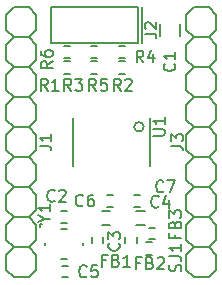
<source format=gto>
G04 #@! TF.GenerationSoftware,KiCad,Pcbnew,5.0.1-33cea8e~68~ubuntu18.04.1*
G04 #@! TF.CreationDate,2018-11-10T11:16:57+01:00*
G04 #@! TF.ProjectId,LPC82X_JDH20,4C50433832585F4A444832302E6B6963,rev?*
G04 #@! TF.SameCoordinates,Original*
G04 #@! TF.FileFunction,Legend,Top*
G04 #@! TF.FilePolarity,Positive*
%FSLAX46Y46*%
G04 Gerber Fmt 4.6, Leading zero omitted, Abs format (unit mm)*
G04 Created by KiCad (PCBNEW 5.0.1-33cea8e~68~ubuntu18.04.1) date za 10 nov 2018 11:16:57 CET*
%MOMM*%
%LPD*%
G01*
G04 APERTURE LIST*
%ADD10C,0.150000*%
%ADD11C,0.152400*%
%ADD12C,0.127000*%
G04 APERTURE END LIST*
D10*
G04 #@! TO.C,C1*
X138750000Y-91600000D02*
X138750000Y-92600000D01*
X140450000Y-92600000D02*
X140450000Y-91600000D01*
G04 #@! TO.C,C2*
X130350000Y-108425000D02*
X130850000Y-108425000D01*
X130850000Y-107475000D02*
X130350000Y-107475000D01*
G04 #@! TO.C,C3*
X133850000Y-107400000D02*
X134550000Y-107400000D01*
X134550000Y-108600000D02*
X133850000Y-108600000D01*
G04 #@! TO.C,C4*
X137450000Y-108600000D02*
X136750000Y-108600000D01*
X136750000Y-107400000D02*
X137450000Y-107400000D01*
G04 #@! TO.C,C5*
X130450000Y-113025000D02*
X130950000Y-113025000D01*
X130950000Y-112075000D02*
X130450000Y-112075000D01*
G04 #@! TO.C,C6*
X134250000Y-107075000D02*
X134750000Y-107075000D01*
X134750000Y-106125000D02*
X134250000Y-106125000D01*
G04 #@! TO.C,C7*
X137050000Y-106125000D02*
X136550000Y-106125000D01*
X136550000Y-107075000D02*
X137050000Y-107075000D01*
G04 #@! TO.C,FB1*
X133925000Y-110150000D02*
X133925000Y-109650000D01*
X132975000Y-109650000D02*
X132975000Y-110150000D01*
G04 #@! TO.C,FB2*
X135825000Y-109650000D02*
X135825000Y-110150000D01*
X136775000Y-110150000D02*
X136775000Y-109650000D01*
G04 #@! TO.C,FB3*
X138300000Y-108875000D02*
X137800000Y-108875000D01*
X137800000Y-109825000D02*
X138300000Y-109825000D01*
D11*
G04 #@! TO.C,J1*
X127635000Y-110490000D02*
X128270000Y-111125000D01*
X128270000Y-111125000D02*
X128270000Y-112395000D01*
X128270000Y-112395000D02*
X127635000Y-113030000D01*
X127635000Y-113030000D02*
X126365000Y-113030000D01*
X126365000Y-113030000D02*
X125730000Y-112395000D01*
X125730000Y-112395000D02*
X125730000Y-111125000D01*
X125730000Y-111125000D02*
X126365000Y-110490000D01*
X128270000Y-106045000D02*
X128270000Y-107315000D01*
X128270000Y-107315000D02*
X127635000Y-107950000D01*
X127635000Y-107950000D02*
X126365000Y-107950000D01*
X126365000Y-107950000D02*
X125730000Y-107315000D01*
X127635000Y-107950000D02*
X128270000Y-108585000D01*
X128270000Y-108585000D02*
X128270000Y-109855000D01*
X128270000Y-109855000D02*
X127635000Y-110490000D01*
X127635000Y-110490000D02*
X126365000Y-110490000D01*
X126365000Y-110490000D02*
X125730000Y-109855000D01*
X125730000Y-109855000D02*
X125730000Y-108585000D01*
X125730000Y-108585000D02*
X126365000Y-107950000D01*
X127635000Y-102870000D02*
X128270000Y-103505000D01*
X128270000Y-103505000D02*
X128270000Y-104775000D01*
X128270000Y-104775000D02*
X127635000Y-105410000D01*
X127635000Y-105410000D02*
X126365000Y-105410000D01*
X126365000Y-105410000D02*
X125730000Y-104775000D01*
X125730000Y-104775000D02*
X125730000Y-103505000D01*
X125730000Y-103505000D02*
X126365000Y-102870000D01*
X128270000Y-106045000D02*
X127635000Y-105410000D01*
X126365000Y-105410000D02*
X125730000Y-106045000D01*
X125730000Y-107315000D02*
X125730000Y-106045000D01*
X128270000Y-98425000D02*
X128270000Y-99695000D01*
X128270000Y-99695000D02*
X127635000Y-100330000D01*
X127635000Y-100330000D02*
X126365000Y-100330000D01*
X126365000Y-100330000D02*
X125730000Y-99695000D01*
X127635000Y-100330000D02*
X128270000Y-100965000D01*
X128270000Y-100965000D02*
X128270000Y-102235000D01*
X128270000Y-102235000D02*
X127635000Y-102870000D01*
X127635000Y-102870000D02*
X126365000Y-102870000D01*
X126365000Y-102870000D02*
X125730000Y-102235000D01*
X125730000Y-102235000D02*
X125730000Y-100965000D01*
X125730000Y-100965000D02*
X126365000Y-100330000D01*
X127635000Y-95250000D02*
X128270000Y-95885000D01*
X128270000Y-95885000D02*
X128270000Y-97155000D01*
X128270000Y-97155000D02*
X127635000Y-97790000D01*
X127635000Y-97790000D02*
X126365000Y-97790000D01*
X126365000Y-97790000D02*
X125730000Y-97155000D01*
X125730000Y-97155000D02*
X125730000Y-95885000D01*
X125730000Y-95885000D02*
X126365000Y-95250000D01*
X128270000Y-98425000D02*
X127635000Y-97790000D01*
X126365000Y-97790000D02*
X125730000Y-98425000D01*
X125730000Y-99695000D02*
X125730000Y-98425000D01*
X128270000Y-90805000D02*
X128270000Y-92075000D01*
X128270000Y-92075000D02*
X127635000Y-92710000D01*
X127635000Y-92710000D02*
X126365000Y-92710000D01*
X126365000Y-92710000D02*
X125730000Y-92075000D01*
X127635000Y-92710000D02*
X128270000Y-93345000D01*
X128270000Y-93345000D02*
X128270000Y-94615000D01*
X128270000Y-94615000D02*
X127635000Y-95250000D01*
X127635000Y-95250000D02*
X126365000Y-95250000D01*
X126365000Y-95250000D02*
X125730000Y-94615000D01*
X125730000Y-94615000D02*
X125730000Y-93345000D01*
X125730000Y-93345000D02*
X126365000Y-92710000D01*
X127635000Y-90170000D02*
X126365000Y-90170000D01*
X128270000Y-90805000D02*
X127635000Y-90170000D01*
X126365000Y-90170000D02*
X125730000Y-90805000D01*
X125730000Y-92075000D02*
X125730000Y-90805000D01*
D10*
G04 #@! TO.C,J2*
X137200000Y-93200000D02*
X137200000Y-90200000D01*
X136883000Y-90176000D02*
X136883000Y-93224000D01*
X129517000Y-90176000D02*
X136883000Y-90176000D01*
X129517000Y-93224000D02*
X129517000Y-90176000D01*
X136883000Y-93224000D02*
X129517000Y-93224000D01*
D11*
G04 #@! TO.C,J3*
X143510000Y-111125000D02*
X143510000Y-112395000D01*
X142875000Y-113030000D02*
X143510000Y-112395000D01*
X140970000Y-112395000D02*
X141605000Y-113030000D01*
X141605000Y-113030000D02*
X142875000Y-113030000D01*
X143510000Y-109855000D02*
X142875000Y-110490000D01*
X143510000Y-108585000D02*
X143510000Y-109855000D01*
X142875000Y-107950000D02*
X143510000Y-108585000D01*
X141605000Y-107950000D02*
X142875000Y-107950000D01*
X140970000Y-108585000D02*
X141605000Y-107950000D01*
X140970000Y-109855000D02*
X140970000Y-108585000D01*
X141605000Y-110490000D02*
X140970000Y-109855000D01*
X142875000Y-110490000D02*
X143510000Y-111125000D01*
X141605000Y-110490000D02*
X142875000Y-110490000D01*
X140970000Y-111125000D02*
X141605000Y-110490000D01*
X140970000Y-112395000D02*
X140970000Y-111125000D01*
X143510000Y-103505000D02*
X143510000Y-104775000D01*
X142875000Y-105410000D02*
X143510000Y-104775000D01*
X140970000Y-104775000D02*
X141605000Y-105410000D01*
X143510000Y-107315000D02*
X142875000Y-107950000D01*
X143510000Y-106045000D02*
X143510000Y-107315000D01*
X142875000Y-105410000D02*
X143510000Y-106045000D01*
X141605000Y-105410000D02*
X142875000Y-105410000D01*
X140970000Y-106045000D02*
X141605000Y-105410000D01*
X140970000Y-107315000D02*
X140970000Y-106045000D01*
X141605000Y-107950000D02*
X140970000Y-107315000D01*
X143510000Y-102235000D02*
X142875000Y-102870000D01*
X143510000Y-100965000D02*
X143510000Y-102235000D01*
X142875000Y-100330000D02*
X143510000Y-100965000D01*
X141605000Y-100330000D02*
X142875000Y-100330000D01*
X140970000Y-100965000D02*
X141605000Y-100330000D01*
X140970000Y-102235000D02*
X140970000Y-100965000D01*
X141605000Y-102870000D02*
X140970000Y-102235000D01*
X142875000Y-102870000D02*
X143510000Y-103505000D01*
X141605000Y-102870000D02*
X142875000Y-102870000D01*
X140970000Y-103505000D02*
X141605000Y-102870000D01*
X140970000Y-104775000D02*
X140970000Y-103505000D01*
X143510000Y-95885000D02*
X143510000Y-97155000D01*
X142875000Y-97790000D02*
X143510000Y-97155000D01*
X140970000Y-97155000D02*
X141605000Y-97790000D01*
X143510000Y-99695000D02*
X142875000Y-100330000D01*
X143510000Y-98425000D02*
X143510000Y-99695000D01*
X142875000Y-97790000D02*
X143510000Y-98425000D01*
X141605000Y-97790000D02*
X142875000Y-97790000D01*
X140970000Y-98425000D02*
X141605000Y-97790000D01*
X140970000Y-99695000D02*
X140970000Y-98425000D01*
X141605000Y-100330000D02*
X140970000Y-99695000D01*
X143510000Y-94615000D02*
X142875000Y-95250000D01*
X143510000Y-93345000D02*
X143510000Y-94615000D01*
X142875000Y-92710000D02*
X143510000Y-93345000D01*
X141605000Y-92710000D02*
X142875000Y-92710000D01*
X140970000Y-93345000D02*
X141605000Y-92710000D01*
X140970000Y-94615000D02*
X140970000Y-93345000D01*
X141605000Y-95250000D02*
X140970000Y-94615000D01*
X142875000Y-95250000D02*
X143510000Y-95885000D01*
X141605000Y-95250000D02*
X142875000Y-95250000D01*
X140970000Y-95885000D02*
X141605000Y-95250000D01*
X140970000Y-97155000D02*
X140970000Y-95885000D01*
X143510000Y-92075000D02*
X142875000Y-92710000D01*
X143510000Y-90805000D02*
X143510000Y-92075000D01*
X142875000Y-90170000D02*
X143510000Y-90805000D01*
X141605000Y-90170000D02*
X142875000Y-90170000D01*
X140970000Y-90805000D02*
X141605000Y-90170000D01*
X140970000Y-92075000D02*
X140970000Y-90805000D01*
X141605000Y-92710000D02*
X140970000Y-92075000D01*
D10*
G04 #@! TO.C,R1*
X130650000Y-95825000D02*
X131150000Y-95825000D01*
X131150000Y-94775000D02*
X130650000Y-94775000D01*
G04 #@! TO.C,R2*
X135250000Y-95825000D02*
X135750000Y-95825000D01*
X135750000Y-94775000D02*
X135250000Y-94775000D01*
G04 #@! TO.C,R3*
X133450000Y-94775000D02*
X132950000Y-94775000D01*
X132950000Y-95825000D02*
X133450000Y-95825000D01*
G04 #@! TO.C,R4*
X135750000Y-93475000D02*
X135250000Y-93475000D01*
X135250000Y-94525000D02*
X135750000Y-94525000D01*
G04 #@! TO.C,R5*
X132950000Y-94525000D02*
X133450000Y-94525000D01*
X133450000Y-93475000D02*
X132950000Y-93475000D01*
G04 #@! TO.C,R6*
X131150000Y-93475000D02*
X130650000Y-93475000D01*
X130650000Y-94525000D02*
X131150000Y-94525000D01*
G04 #@! TO.C,SJ1*
X137600000Y-111125000D02*
X138100000Y-111125000D01*
X138100000Y-110075000D02*
X137600000Y-110075000D01*
G04 #@! TO.C,Y1*
X129000000Y-110150000D02*
X129000000Y-110350000D01*
X130350000Y-109000000D02*
X130850000Y-109000000D01*
X132200000Y-110350000D02*
X132200000Y-110150000D01*
X130350000Y-111500000D02*
X130850000Y-111500000D01*
X128550000Y-108550000D02*
X128800000Y-108550000D01*
X128550000Y-108550000D02*
X128550000Y-108800000D01*
D12*
G04 #@! TO.C,U1*
X137870000Y-103600000D02*
X137870000Y-99600000D01*
X131370000Y-103600000D02*
X131370000Y-99600000D01*
D10*
X137370000Y-100315000D02*
G75*
G03X137370000Y-100315000I-400000J0D01*
G01*
G04 #@! TO.C,C1*
X139957142Y-94966666D02*
X140004761Y-95014285D01*
X140052380Y-95157142D01*
X140052380Y-95252380D01*
X140004761Y-95395238D01*
X139909523Y-95490476D01*
X139814285Y-95538095D01*
X139623809Y-95585714D01*
X139480952Y-95585714D01*
X139290476Y-95538095D01*
X139195238Y-95490476D01*
X139100000Y-95395238D01*
X139052380Y-95252380D01*
X139052380Y-95157142D01*
X139100000Y-95014285D01*
X139147619Y-94966666D01*
X140052380Y-94014285D02*
X140052380Y-94585714D01*
X140052380Y-94300000D02*
X139052380Y-94300000D01*
X139195238Y-94395238D01*
X139290476Y-94490476D01*
X139338095Y-94585714D01*
G04 #@! TO.C,C2*
X129833333Y-106557142D02*
X129785714Y-106604761D01*
X129642857Y-106652380D01*
X129547619Y-106652380D01*
X129404761Y-106604761D01*
X129309523Y-106509523D01*
X129261904Y-106414285D01*
X129214285Y-106223809D01*
X129214285Y-106080952D01*
X129261904Y-105890476D01*
X129309523Y-105795238D01*
X129404761Y-105700000D01*
X129547619Y-105652380D01*
X129642857Y-105652380D01*
X129785714Y-105700000D01*
X129833333Y-105747619D01*
X130214285Y-105747619D02*
X130261904Y-105700000D01*
X130357142Y-105652380D01*
X130595238Y-105652380D01*
X130690476Y-105700000D01*
X130738095Y-105747619D01*
X130785714Y-105842857D01*
X130785714Y-105938095D01*
X130738095Y-106080952D01*
X130166666Y-106652380D01*
X130785714Y-106652380D01*
G04 #@! TO.C,C3*
X135257142Y-110166666D02*
X135304761Y-110214285D01*
X135352380Y-110357142D01*
X135352380Y-110452380D01*
X135304761Y-110595238D01*
X135209523Y-110690476D01*
X135114285Y-110738095D01*
X134923809Y-110785714D01*
X134780952Y-110785714D01*
X134590476Y-110738095D01*
X134495238Y-110690476D01*
X134400000Y-110595238D01*
X134352380Y-110452380D01*
X134352380Y-110357142D01*
X134400000Y-110214285D01*
X134447619Y-110166666D01*
X134352380Y-109833333D02*
X134352380Y-109214285D01*
X134733333Y-109547619D01*
X134733333Y-109404761D01*
X134780952Y-109309523D01*
X134828571Y-109261904D01*
X134923809Y-109214285D01*
X135161904Y-109214285D01*
X135257142Y-109261904D01*
X135304761Y-109309523D01*
X135352380Y-109404761D01*
X135352380Y-109690476D01*
X135304761Y-109785714D01*
X135257142Y-109833333D01*
G04 #@! TO.C,C4*
X138633333Y-107057142D02*
X138585714Y-107104761D01*
X138442857Y-107152380D01*
X138347619Y-107152380D01*
X138204761Y-107104761D01*
X138109523Y-107009523D01*
X138061904Y-106914285D01*
X138014285Y-106723809D01*
X138014285Y-106580952D01*
X138061904Y-106390476D01*
X138109523Y-106295238D01*
X138204761Y-106200000D01*
X138347619Y-106152380D01*
X138442857Y-106152380D01*
X138585714Y-106200000D01*
X138633333Y-106247619D01*
X139490476Y-106485714D02*
X139490476Y-107152380D01*
X139252380Y-106104761D02*
X139014285Y-106819047D01*
X139633333Y-106819047D01*
G04 #@! TO.C,C5*
X132533333Y-112957142D02*
X132485714Y-113004761D01*
X132342857Y-113052380D01*
X132247619Y-113052380D01*
X132104761Y-113004761D01*
X132009523Y-112909523D01*
X131961904Y-112814285D01*
X131914285Y-112623809D01*
X131914285Y-112480952D01*
X131961904Y-112290476D01*
X132009523Y-112195238D01*
X132104761Y-112100000D01*
X132247619Y-112052380D01*
X132342857Y-112052380D01*
X132485714Y-112100000D01*
X132533333Y-112147619D01*
X133438095Y-112052380D02*
X132961904Y-112052380D01*
X132914285Y-112528571D01*
X132961904Y-112480952D01*
X133057142Y-112433333D01*
X133295238Y-112433333D01*
X133390476Y-112480952D01*
X133438095Y-112528571D01*
X133485714Y-112623809D01*
X133485714Y-112861904D01*
X133438095Y-112957142D01*
X133390476Y-113004761D01*
X133295238Y-113052380D01*
X133057142Y-113052380D01*
X132961904Y-113004761D01*
X132914285Y-112957142D01*
G04 #@! TO.C,C6*
X132233333Y-106957142D02*
X132185714Y-107004761D01*
X132042857Y-107052380D01*
X131947619Y-107052380D01*
X131804761Y-107004761D01*
X131709523Y-106909523D01*
X131661904Y-106814285D01*
X131614285Y-106623809D01*
X131614285Y-106480952D01*
X131661904Y-106290476D01*
X131709523Y-106195238D01*
X131804761Y-106100000D01*
X131947619Y-106052380D01*
X132042857Y-106052380D01*
X132185714Y-106100000D01*
X132233333Y-106147619D01*
X133090476Y-106052380D02*
X132900000Y-106052380D01*
X132804761Y-106100000D01*
X132757142Y-106147619D01*
X132661904Y-106290476D01*
X132614285Y-106480952D01*
X132614285Y-106861904D01*
X132661904Y-106957142D01*
X132709523Y-107004761D01*
X132804761Y-107052380D01*
X132995238Y-107052380D01*
X133090476Y-107004761D01*
X133138095Y-106957142D01*
X133185714Y-106861904D01*
X133185714Y-106623809D01*
X133138095Y-106528571D01*
X133090476Y-106480952D01*
X132995238Y-106433333D01*
X132804761Y-106433333D01*
X132709523Y-106480952D01*
X132661904Y-106528571D01*
X132614285Y-106623809D01*
G04 #@! TO.C,C7*
X139033333Y-105757142D02*
X138985714Y-105804761D01*
X138842857Y-105852380D01*
X138747619Y-105852380D01*
X138604761Y-105804761D01*
X138509523Y-105709523D01*
X138461904Y-105614285D01*
X138414285Y-105423809D01*
X138414285Y-105280952D01*
X138461904Y-105090476D01*
X138509523Y-104995238D01*
X138604761Y-104900000D01*
X138747619Y-104852380D01*
X138842857Y-104852380D01*
X138985714Y-104900000D01*
X139033333Y-104947619D01*
X139366666Y-104852380D02*
X140033333Y-104852380D01*
X139604761Y-105852380D01*
G04 #@! TO.C,FB1*
X134166666Y-111628571D02*
X133833333Y-111628571D01*
X133833333Y-112152380D02*
X133833333Y-111152380D01*
X134309523Y-111152380D01*
X135023809Y-111628571D02*
X135166666Y-111676190D01*
X135214285Y-111723809D01*
X135261904Y-111819047D01*
X135261904Y-111961904D01*
X135214285Y-112057142D01*
X135166666Y-112104761D01*
X135071428Y-112152380D01*
X134690476Y-112152380D01*
X134690476Y-111152380D01*
X135023809Y-111152380D01*
X135119047Y-111200000D01*
X135166666Y-111247619D01*
X135214285Y-111342857D01*
X135214285Y-111438095D01*
X135166666Y-111533333D01*
X135119047Y-111580952D01*
X135023809Y-111628571D01*
X134690476Y-111628571D01*
X136214285Y-112152380D02*
X135642857Y-112152380D01*
X135928571Y-112152380D02*
X135928571Y-111152380D01*
X135833333Y-111295238D01*
X135738095Y-111390476D01*
X135642857Y-111438095D01*
G04 #@! TO.C,FB2*
X137066666Y-111828571D02*
X136733333Y-111828571D01*
X136733333Y-112352380D02*
X136733333Y-111352380D01*
X137209523Y-111352380D01*
X137923809Y-111828571D02*
X138066666Y-111876190D01*
X138114285Y-111923809D01*
X138161904Y-112019047D01*
X138161904Y-112161904D01*
X138114285Y-112257142D01*
X138066666Y-112304761D01*
X137971428Y-112352380D01*
X137590476Y-112352380D01*
X137590476Y-111352380D01*
X137923809Y-111352380D01*
X138019047Y-111400000D01*
X138066666Y-111447619D01*
X138114285Y-111542857D01*
X138114285Y-111638095D01*
X138066666Y-111733333D01*
X138019047Y-111780952D01*
X137923809Y-111828571D01*
X137590476Y-111828571D01*
X138542857Y-111447619D02*
X138590476Y-111400000D01*
X138685714Y-111352380D01*
X138923809Y-111352380D01*
X139019047Y-111400000D01*
X139066666Y-111447619D01*
X139114285Y-111542857D01*
X139114285Y-111638095D01*
X139066666Y-111780952D01*
X138495238Y-112352380D01*
X139114285Y-112352380D01*
G04 #@! TO.C,FB3*
X140028571Y-109433333D02*
X140028571Y-109766666D01*
X140552380Y-109766666D02*
X139552380Y-109766666D01*
X139552380Y-109290476D01*
X140028571Y-108576190D02*
X140076190Y-108433333D01*
X140123809Y-108385714D01*
X140219047Y-108338095D01*
X140361904Y-108338095D01*
X140457142Y-108385714D01*
X140504761Y-108433333D01*
X140552380Y-108528571D01*
X140552380Y-108909523D01*
X139552380Y-108909523D01*
X139552380Y-108576190D01*
X139600000Y-108480952D01*
X139647619Y-108433333D01*
X139742857Y-108385714D01*
X139838095Y-108385714D01*
X139933333Y-108433333D01*
X139980952Y-108480952D01*
X140028571Y-108576190D01*
X140028571Y-108909523D01*
X139552380Y-108004761D02*
X139552380Y-107385714D01*
X139933333Y-107719047D01*
X139933333Y-107576190D01*
X139980952Y-107480952D01*
X140028571Y-107433333D01*
X140123809Y-107385714D01*
X140361904Y-107385714D01*
X140457142Y-107433333D01*
X140504761Y-107480952D01*
X140552380Y-107576190D01*
X140552380Y-107861904D01*
X140504761Y-107957142D01*
X140457142Y-108004761D01*
G04 #@! TO.C,J1*
X128552380Y-101933333D02*
X129266666Y-101933333D01*
X129409523Y-101980952D01*
X129504761Y-102076190D01*
X129552380Y-102219047D01*
X129552380Y-102314285D01*
X129552380Y-100933333D02*
X129552380Y-101504761D01*
X129552380Y-101219047D02*
X128552380Y-101219047D01*
X128695238Y-101314285D01*
X128790476Y-101409523D01*
X128838095Y-101504761D01*
G04 #@! TO.C,J2*
X137452380Y-92433333D02*
X138166666Y-92433333D01*
X138309523Y-92480952D01*
X138404761Y-92576190D01*
X138452380Y-92719047D01*
X138452380Y-92814285D01*
X137547619Y-92004761D02*
X137500000Y-91957142D01*
X137452380Y-91861904D01*
X137452380Y-91623809D01*
X137500000Y-91528571D01*
X137547619Y-91480952D01*
X137642857Y-91433333D01*
X137738095Y-91433333D01*
X137880952Y-91480952D01*
X138452380Y-92052380D01*
X138452380Y-91433333D01*
G04 #@! TO.C,J3*
X139692380Y-101933333D02*
X140406666Y-101933333D01*
X140549523Y-101980952D01*
X140644761Y-102076190D01*
X140692380Y-102219047D01*
X140692380Y-102314285D01*
X139692380Y-101552380D02*
X139692380Y-100933333D01*
X140073333Y-101266666D01*
X140073333Y-101123809D01*
X140120952Y-101028571D01*
X140168571Y-100980952D01*
X140263809Y-100933333D01*
X140501904Y-100933333D01*
X140597142Y-100980952D01*
X140644761Y-101028571D01*
X140692380Y-101123809D01*
X140692380Y-101409523D01*
X140644761Y-101504761D01*
X140597142Y-101552380D01*
G04 #@! TO.C,R1*
X129233333Y-97252380D02*
X128900000Y-96776190D01*
X128661904Y-97252380D02*
X128661904Y-96252380D01*
X129042857Y-96252380D01*
X129138095Y-96300000D01*
X129185714Y-96347619D01*
X129233333Y-96442857D01*
X129233333Y-96585714D01*
X129185714Y-96680952D01*
X129138095Y-96728571D01*
X129042857Y-96776190D01*
X128661904Y-96776190D01*
X130185714Y-97252380D02*
X129614285Y-97252380D01*
X129900000Y-97252380D02*
X129900000Y-96252380D01*
X129804761Y-96395238D01*
X129709523Y-96490476D01*
X129614285Y-96538095D01*
G04 #@! TO.C,R2*
X135433333Y-97252380D02*
X135100000Y-96776190D01*
X134861904Y-97252380D02*
X134861904Y-96252380D01*
X135242857Y-96252380D01*
X135338095Y-96300000D01*
X135385714Y-96347619D01*
X135433333Y-96442857D01*
X135433333Y-96585714D01*
X135385714Y-96680952D01*
X135338095Y-96728571D01*
X135242857Y-96776190D01*
X134861904Y-96776190D01*
X135814285Y-96347619D02*
X135861904Y-96300000D01*
X135957142Y-96252380D01*
X136195238Y-96252380D01*
X136290476Y-96300000D01*
X136338095Y-96347619D01*
X136385714Y-96442857D01*
X136385714Y-96538095D01*
X136338095Y-96680952D01*
X135766666Y-97252380D01*
X136385714Y-97252380D01*
G04 #@! TO.C,R3*
X131233333Y-97252380D02*
X130900000Y-96776190D01*
X130661904Y-97252380D02*
X130661904Y-96252380D01*
X131042857Y-96252380D01*
X131138095Y-96300000D01*
X131185714Y-96347619D01*
X131233333Y-96442857D01*
X131233333Y-96585714D01*
X131185714Y-96680952D01*
X131138095Y-96728571D01*
X131042857Y-96776190D01*
X130661904Y-96776190D01*
X131566666Y-96252380D02*
X132185714Y-96252380D01*
X131852380Y-96633333D01*
X131995238Y-96633333D01*
X132090476Y-96680952D01*
X132138095Y-96728571D01*
X132185714Y-96823809D01*
X132185714Y-97061904D01*
X132138095Y-97157142D01*
X132090476Y-97204761D01*
X131995238Y-97252380D01*
X131709523Y-97252380D01*
X131614285Y-97204761D01*
X131566666Y-97157142D01*
G04 #@! TO.C,R4*
X137333333Y-94852380D02*
X137000000Y-94376190D01*
X136761904Y-94852380D02*
X136761904Y-93852380D01*
X137142857Y-93852380D01*
X137238095Y-93900000D01*
X137285714Y-93947619D01*
X137333333Y-94042857D01*
X137333333Y-94185714D01*
X137285714Y-94280952D01*
X137238095Y-94328571D01*
X137142857Y-94376190D01*
X136761904Y-94376190D01*
X138190476Y-94185714D02*
X138190476Y-94852380D01*
X137952380Y-93804761D02*
X137714285Y-94519047D01*
X138333333Y-94519047D01*
G04 #@! TO.C,R5*
X133333333Y-97252380D02*
X133000000Y-96776190D01*
X132761904Y-97252380D02*
X132761904Y-96252380D01*
X133142857Y-96252380D01*
X133238095Y-96300000D01*
X133285714Y-96347619D01*
X133333333Y-96442857D01*
X133333333Y-96585714D01*
X133285714Y-96680952D01*
X133238095Y-96728571D01*
X133142857Y-96776190D01*
X132761904Y-96776190D01*
X134238095Y-96252380D02*
X133761904Y-96252380D01*
X133714285Y-96728571D01*
X133761904Y-96680952D01*
X133857142Y-96633333D01*
X134095238Y-96633333D01*
X134190476Y-96680952D01*
X134238095Y-96728571D01*
X134285714Y-96823809D01*
X134285714Y-97061904D01*
X134238095Y-97157142D01*
X134190476Y-97204761D01*
X134095238Y-97252380D01*
X133857142Y-97252380D01*
X133761904Y-97204761D01*
X133714285Y-97157142D01*
G04 #@! TO.C,R6*
X129652380Y-94766666D02*
X129176190Y-95100000D01*
X129652380Y-95338095D02*
X128652380Y-95338095D01*
X128652380Y-94957142D01*
X128700000Y-94861904D01*
X128747619Y-94814285D01*
X128842857Y-94766666D01*
X128985714Y-94766666D01*
X129080952Y-94814285D01*
X129128571Y-94861904D01*
X129176190Y-94957142D01*
X129176190Y-95338095D01*
X128652380Y-93909523D02*
X128652380Y-94100000D01*
X128700000Y-94195238D01*
X128747619Y-94242857D01*
X128890476Y-94338095D01*
X129080952Y-94385714D01*
X129461904Y-94385714D01*
X129557142Y-94338095D01*
X129604761Y-94290476D01*
X129652380Y-94195238D01*
X129652380Y-94004761D01*
X129604761Y-93909523D01*
X129557142Y-93861904D01*
X129461904Y-93814285D01*
X129223809Y-93814285D01*
X129128571Y-93861904D01*
X129080952Y-93909523D01*
X129033333Y-94004761D01*
X129033333Y-94195238D01*
X129080952Y-94290476D01*
X129128571Y-94338095D01*
X129223809Y-94385714D01*
G04 #@! TO.C,SJ1*
X140504761Y-112542857D02*
X140552380Y-112400000D01*
X140552380Y-112161904D01*
X140504761Y-112066666D01*
X140457142Y-112019047D01*
X140361904Y-111971428D01*
X140266666Y-111971428D01*
X140171428Y-112019047D01*
X140123809Y-112066666D01*
X140076190Y-112161904D01*
X140028571Y-112352380D01*
X139980952Y-112447619D01*
X139933333Y-112495238D01*
X139838095Y-112542857D01*
X139742857Y-112542857D01*
X139647619Y-112495238D01*
X139600000Y-112447619D01*
X139552380Y-112352380D01*
X139552380Y-112114285D01*
X139600000Y-111971428D01*
X139552380Y-111257142D02*
X140266666Y-111257142D01*
X140409523Y-111304761D01*
X140504761Y-111400000D01*
X140552380Y-111542857D01*
X140552380Y-111638095D01*
X140552380Y-110257142D02*
X140552380Y-110828571D01*
X140552380Y-110542857D02*
X139552380Y-110542857D01*
X139695238Y-110638095D01*
X139790476Y-110733333D01*
X139838095Y-110828571D01*
G04 #@! TO.C,Y1*
X128976190Y-108076190D02*
X129452380Y-108076190D01*
X128452380Y-108409523D02*
X128976190Y-108076190D01*
X128452380Y-107742857D01*
X129452380Y-106885714D02*
X129452380Y-107457142D01*
X129452380Y-107171428D02*
X128452380Y-107171428D01*
X128595238Y-107266666D01*
X128690476Y-107361904D01*
X128738095Y-107457142D01*
G04 #@! TO.C,U1*
X138152380Y-101064404D02*
X138961904Y-101064404D01*
X139057142Y-101016785D01*
X139104761Y-100969166D01*
X139152380Y-100873928D01*
X139152380Y-100683452D01*
X139104761Y-100588214D01*
X139057142Y-100540595D01*
X138961904Y-100492976D01*
X138152380Y-100492976D01*
X139152380Y-99492976D02*
X139152380Y-100064404D01*
X139152380Y-99778690D02*
X138152380Y-99778690D01*
X138295238Y-99873928D01*
X138390476Y-99969166D01*
X138438095Y-100064404D01*
G04 #@! TD*
M02*

</source>
